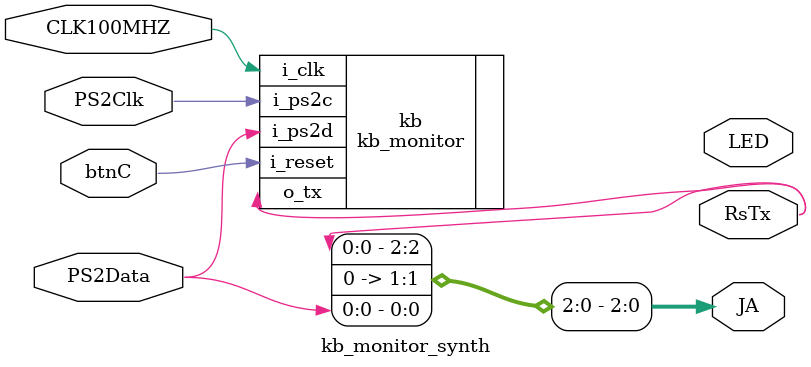
<source format=v>
`timescale 1ns / 1ps


module kb_monitor_synth(
    input CLK100MHZ,
    input btnC,
    input PS2Data,
    input PS2Clk,
    output [7:0] JA,
    output [15:0] LED,
    output RsTx
    );
    
    assign JA[0] = PS2Data;
    assign JA[1] = 1'b0;
    assign JA[2] = RsTx;
    
    //1200 baud rate, 8 data bits, 1 stop bit, no parity
    kb_monitor kb(.i_clk(CLK100MHZ), .i_reset(btnC), .i_ps2d(PS2Data), .i_ps2c(PS2Clk), .o_tx(RsTx));
    
endmodule

</source>
